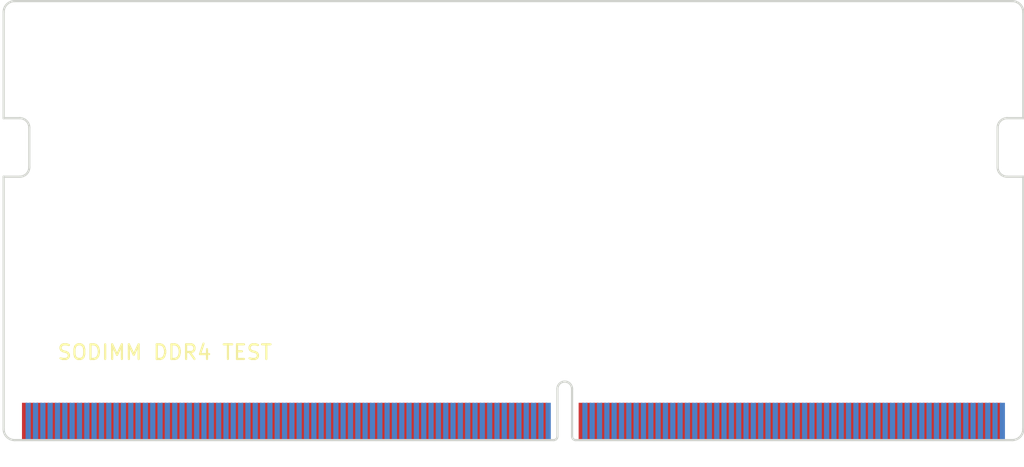
<source format=kicad_pcb>
(kicad_pcb (version 20221018) (generator pcbnew)
  (layers (0 "F.Cu" signal) (31 "B.Cu" signal) (34 "B.Paste" user) (35 "F.Paste" user) (36 "B.SilkS" user "B.Silkscreen") (37 "F.SilkS" user "F.Silkscreen") (38 "B.Mask" user) (39 "F.Mask" user) (44 "Edge.Cuts" user))
  (net 0 "")
  (footprint "SODIMM:SODIMM_DDR4_EDGE" (layer "F.Cu") (at 100 100)
    (fp_text reference "SODIMM DDR4 TEST" (at 11 -6) (layer "F.SilkS"))
    (fp_text value "SODIMM DDR4 EDGE")
    (pad "" np_thru_hole circle (at 2 -6) (size 1.8 1.8) (drill 1.8) (layers "*.Cu" "*.Mask"))
    (pad "" np_thru_hole circle (at 67.6 -6) (size 1.8 1.8) (drill 1.8) (layers "*.Cu" "*.Mask"))
    (pad "1" smd rect (at 1.425 -1.3) (size 0.35 2.5) (layers "F.Cu" "F.Mask"))
    (pad "2" smd rect (at 1.675 -1.3) (size 0.35 2.5) (layers "B.Cu" "B.Mask"))
    (pad "3" smd rect (at 1.925 -1.3) (size 0.35 2.5) (layers "F.Cu" "F.Mask"))
    (pad "4" smd rect (at 2.175 -1.3) (size 0.35 2.5) (layers "B.Cu" "B.Mask"))
    (pad "5" smd rect (at 2.425 -1.3) (size 0.35 2.5) (layers "F.Cu" "F.Mask"))
    (pad "6" smd rect (at 2.675 -1.3) (size 0.35 2.5) (layers "B.Cu" "B.Mask"))
    (pad "7" smd rect (at 2.925 -1.3) (size 0.35 2.5) (layers "F.Cu" "F.Mask"))
    (pad "8" smd rect (at 3.175 -1.3) (size 0.35 2.5) (layers "B.Cu" "B.Mask"))
    (pad "9" smd rect (at 3.425 -1.3) (size 0.35 2.5) (layers "F.Cu" "F.Mask"))
    (pad "10" smd rect (at 3.675 -1.3) (size 0.35 2.5) (layers "B.Cu" "B.Mask"))
    (pad "11" smd rect (at 3.925 -1.3) (size 0.35 2.5) (layers "F.Cu" "F.Mask"))
    (pad "12" smd rect (at 4.175 -1.3) (size 0.35 2.5) (layers "B.Cu" "B.Mask"))
    (pad "13" smd rect (at 4.425 -1.3) (size 0.35 2.5) (layers "F.Cu" "F.Mask"))
    (pad "14" smd rect (at 4.675 -1.3) (size 0.35 2.5) (layers "B.Cu" "B.Mask"))
    (pad "15" smd rect (at 4.925 -1.3) (size 0.35 2.5) (layers "F.Cu" "F.Mask"))
    (pad "16" smd rect (at 5.175 -1.3) (size 0.35 2.5) (layers "B.Cu" "B.Mask"))
    (pad "17" smd rect (at 5.425 -1.3) (size 0.35 2.5) (layers "F.Cu" "F.Mask"))
    (pad "18" smd rect (at 5.675 -1.3) (size 0.35 2.5) (layers "B.Cu" "B.Mask"))
    (pad "19" smd rect (at 5.925 -1.3) (size 0.35 2.5) (layers "F.Cu" "F.Mask"))
    (pad "20" smd rect (at 6.175 -1.3) (size 0.35 2.5) (layers "B.Cu" "B.Mask"))
    (pad "21" smd rect (at 6.425 -1.3) (size 0.35 2.5) (layers "F.Cu" "F.Mask"))
    (pad "22" smd rect (at 6.675 -1.3) (size 0.35 2.5) (layers "B.Cu" "B.Mask"))
    (pad "23" smd rect (at 6.925 -1.3) (size 0.35 2.5) (layers "F.Cu" "F.Mask"))
    (pad "24" smd rect (at 7.175 -1.3) (size 0.35 2.5) (layers "B.Cu" "B.Mask"))
    (pad "25" smd rect (at 7.425 -1.3) (size 0.35 2.5) (layers "F.Cu" "F.Mask"))
    (pad "26" smd rect (at 7.675 -1.3) (size 0.35 2.5) (layers "B.Cu" "B.Mask"))
    (pad "27" smd rect (at 7.925 -1.3) (size 0.35 2.5) (layers "F.Cu" "F.Mask"))
    (pad "28" smd rect (at 8.175 -1.3) (size 0.35 2.5) (layers "B.Cu" "B.Mask"))
    (pad "29" smd rect (at 8.425 -1.3) (size 0.35 2.5) (layers "F.Cu" "F.Mask"))
    (pad "30" smd rect (at 8.675 -1.3) (size 0.35 2.5) (layers "B.Cu" "B.Mask"))
    (pad "31" smd rect (at 8.925 -1.3) (size 0.35 2.5) (layers "F.Cu" "F.Mask"))
    (pad "32" smd rect (at 9.175 -1.3) (size 0.35 2.5) (layers "B.Cu" "B.Mask"))
    (pad "33" smd rect (at 9.425 -1.3) (size 0.35 2.5) (layers "F.Cu" "F.Mask"))
    (pad "34" smd rect (at 9.675 -1.3) (size 0.35 2.5) (layers "B.Cu" "B.Mask"))
    (pad "35" smd rect (at 9.925 -1.3) (size 0.35 2.5) (layers "F.Cu" "F.Mask"))
    (pad "36" smd rect (at 10.175 -1.3) (size 0.35 2.5) (layers "B.Cu" "B.Mask"))
    (pad "37" smd rect (at 10.425 -1.3) (size 0.35 2.5) (layers "F.Cu" "F.Mask"))
    (pad "38" smd rect (at 10.675 -1.3) (size 0.35 2.5) (layers "B.Cu" "B.Mask"))
    (pad "39" smd rect (at 10.925 -1.3) (size 0.35 2.5) (layers "F.Cu" "F.Mask"))
    (pad "40" smd rect (at 11.175 -1.3) (size 0.35 2.5) (layers "B.Cu" "B.Mask"))
    (pad "41" smd rect (at 11.425 -1.3) (size 0.35 2.5) (layers "F.Cu" "F.Mask"))
    (pad "42" smd rect (at 11.675 -1.3) (size 0.35 2.5) (layers "B.Cu" "B.Mask"))
    (pad "43" smd rect (at 11.925 -1.3) (size 0.35 2.5) (layers "F.Cu" "F.Mask"))
    (pad "44" smd rect (at 12.175 -1.3) (size 0.35 2.5) (layers "B.Cu" "B.Mask"))
    (pad "45" smd rect (at 12.425 -1.3) (size 0.35 2.5) (layers "F.Cu" "F.Mask"))
    (pad "46" smd rect (at 12.675 -1.3) (size 0.35 2.5) (layers "B.Cu" "B.Mask"))
    (pad "47" smd rect (at 12.925 -1.3) (size 0.35 2.5) (layers "F.Cu" "F.Mask"))
    (pad "48" smd rect (at 13.175 -1.3) (size 0.35 2.5) (layers "B.Cu" "B.Mask"))
    (pad "49" smd rect (at 13.425 -1.3) (size 0.35 2.5) (layers "F.Cu" "F.Mask"))
    (pad "50" smd rect (at 13.675 -1.3) (size 0.35 2.5) (layers "B.Cu" "B.Mask"))
    (pad "51" smd rect (at 13.925 -1.3) (size 0.35 2.5) (layers "F.Cu" "F.Mask"))
    (pad "52" smd rect (at 14.175 -1.3) (size 0.35 2.5) (layers "B.Cu" "B.Mask"))
    (pad "53" smd rect (at 14.425 -1.3) (size 0.35 2.5) (layers "F.Cu" "F.Mask"))
    (pad "54" smd rect (at 14.675 -1.3) (size 0.35 2.5) (layers "B.Cu" "B.Mask"))
    (pad "55" smd rect (at 14.925 -1.3) (size 0.35 2.5) (layers "F.Cu" "F.Mask"))
    (pad "56" smd rect (at 15.175 -1.3) (size 0.35 2.5) (layers "B.Cu" "B.Mask"))
    (pad "57" smd rect (at 15.425 -1.3) (size 0.35 2.5) (layers "F.Cu" "F.Mask"))
    (pad "58" smd rect (at 15.675 -1.3) (size 0.35 2.5) (layers "B.Cu" "B.Mask"))
    (pad "59" smd rect (at 15.925 -1.3) (size 0.35 2.5) (layers "F.Cu" "F.Mask"))
    (pad "60" smd rect (at 16.175 -1.3) (size 0.35 2.5) (layers "B.Cu" "B.Mask"))
    (pad "61" smd rect (at 16.425 -1.3) (size 0.35 2.5) (layers "F.Cu" "F.Mask"))
    (pad "62" smd rect (at 16.675 -1.3) (size 0.35 2.5) (layers "B.Cu" "B.Mask"))
    (pad "63" smd rect (at 16.925 -1.3) (size 0.35 2.5) (layers "F.Cu" "F.Mask"))
    (pad "64" smd rect (at 17.175 -1.3) (size 0.35 2.5) (layers "B.Cu" "B.Mask"))
    (pad "65" smd rect (at 17.425 -1.3) (size 0.35 2.5) (layers "F.Cu" "F.Mask"))
    (pad "66" smd rect (at 17.675 -1.3) (size 0.35 2.5) (layers "B.Cu" "B.Mask"))
    (pad "67" smd rect (at 17.925 -1.3) (size 0.35 2.5) (layers "F.Cu" "F.Mask"))
    (pad "68" smd rect (at 18.175 -1.3) (size 0.35 2.5) (layers "B.Cu" "B.Mask"))
    (pad "69" smd rect (at 18.425 -1.3) (size 0.35 2.5) (layers "F.Cu" "F.Mask"))
    (pad "70" smd rect (at 18.675 -1.3) (size 0.35 2.5) (layers "B.Cu" "B.Mask"))
    (pad "71" smd rect (at 18.925 -1.3) (size 0.35 2.5) (layers "F.Cu" "F.Mask"))
    (pad "72" smd rect (at 19.175 -1.3) (size 0.35 2.5) (layers "B.Cu" "B.Mask"))
    (pad "73" smd rect (at 19.425 -1.3) (size 0.35 2.5) (layers "F.Cu" "F.Mask"))
    (pad "74" smd rect (at 19.675 -1.3) (size 0.35 2.5) (layers "B.Cu" "B.Mask"))
    (pad "75" smd rect (at 19.925 -1.3) (size 0.35 2.5) (layers "F.Cu" "F.Mask"))
    (pad "76" smd rect (at 20.175 -1.3) (size 0.35 2.5) (layers "B.Cu" "B.Mask"))
    (pad "77" smd rect (at 20.425 -1.3) (size 0.35 2.5) (layers "F.Cu" "F.Mask"))
    (pad "78" smd rect (at 20.675 -1.3) (size 0.35 2.5) (layers "B.Cu" "B.Mask"))
    (pad "79" smd rect (at 20.925 -1.3) (size 0.35 2.5) (layers "F.Cu" "F.Mask"))
    (pad "80" smd rect (at 21.175 -1.3) (size 0.35 2.5) (layers "B.Cu" "B.Mask"))
    (pad "81" smd rect (at 21.425 -1.3) (size 0.35 2.5) (layers "F.Cu" "F.Mask"))
    (pad "82" smd rect (at 21.675 -1.3) (size 0.35 2.5) (layers "B.Cu" "B.Mask"))
    (pad "83" smd rect (at 21.925 -1.3) (size 0.35 2.5) (layers "F.Cu" "F.Mask"))
    (pad "84" smd rect (at 22.175 -1.3) (size 0.35 2.5) (layers "B.Cu" "B.Mask"))
    (pad "85" smd rect (at 22.425 -1.3) (size 0.35 2.5) (layers "F.Cu" "F.Mask"))
    (pad "86" smd rect (at 22.675 -1.3) (size 0.35 2.5) (layers "B.Cu" "B.Mask"))
    (pad "87" smd rect (at 22.925 -1.3) (size 0.35 2.5) (layers "F.Cu" "F.Mask"))
    (pad "88" smd rect (at 23.175 -1.3) (size 0.35 2.5) (layers "B.Cu" "B.Mask"))
    (pad "89" smd rect (at 23.425 -1.3) (size 0.35 2.5) (layers "F.Cu" "F.Mask"))
    (pad "90" smd rect (at 23.675 -1.3) (size 0.35 2.5) (layers "B.Cu" "B.Mask"))
    (pad "91" smd rect (at 23.925 -1.3) (size 0.35 2.5) (layers "F.Cu" "F.Mask"))
    (pad "92" smd rect (at 24.175 -1.3) (size 0.35 2.5) (layers "B.Cu" "B.Mask"))
    (pad "93" smd rect (at 24.425 -1.3) (size 0.35 2.5) (layers "F.Cu" "F.Mask"))
    (pad "94" smd rect (at 24.675 -1.3) (size 0.35 2.5) (layers "B.Cu" "B.Mask"))
    (pad "95" smd rect (at 24.925 -1.3) (size 0.35 2.5) (layers "F.Cu" "F.Mask"))
    (pad "96" smd rect (at 25.175 -1.3) (size 0.35 2.5) (layers "B.Cu" "B.Mask"))
    (pad "97" smd rect (at 25.425 -1.3) (size 0.35 2.5) (layers "F.Cu" "F.Mask"))
    (pad "98" smd rect (at 25.675 -1.3) (size 0.35 2.5) (layers "B.Cu" "B.Mask"))
    (pad "99" smd rect (at 25.925 -1.3) (size 0.35 2.5) (layers "F.Cu" "F.Mask"))
    (pad "100" smd rect (at 26.175 -1.3) (size 0.35 2.5) (layers "B.Cu" "B.Mask"))
    (pad "101" smd rect (at 26.425 -1.3) (size 0.35 2.5) (layers "F.Cu" "F.Mask"))
    (pad "102" smd rect (at 26.675 -1.3) (size 0.35 2.5) (layers "B.Cu" "B.Mask"))
    (pad "103" smd rect (at 26.925 -1.3) (size 0.35 2.5) (layers "F.Cu" "F.Mask"))
    (pad "104" smd rect (at 27.175 -1.3) (size 0.35 2.5) (layers "B.Cu" "B.Mask"))
    (pad "105" smd rect (at 27.425 -1.3) (size 0.35 2.5) (layers "F.Cu" "F.Mask"))
    (pad "106" smd rect (at 27.675 -1.3) (size 0.35 2.5) (layers "B.Cu" "B.Mask"))
    (pad "107" smd rect (at 27.925 -1.3) (size 0.35 2.5) (layers "F.Cu" "F.Mask"))
    (pad "108" smd rect (at 28.175 -1.3) (size 0.35 2.5) (layers "B.Cu" "B.Mask"))
    (pad "109" smd rect (at 28.425 -1.3) (size 0.35 2.5) (layers "F.Cu" "F.Mask"))
    (pad "110" smd rect (at 28.675 -1.3) (size 0.35 2.5) (layers "B.Cu" "B.Mask"))
    (pad "111" smd rect (at 28.925 -1.3) (size 0.35 2.5) (layers "F.Cu" "F.Mask"))
    (pad "112" smd rect (at 29.175 -1.3) (size 0.35 2.5) (layers "B.Cu" "B.Mask"))
    (pad "113" smd rect (at 29.425 -1.3) (size 0.35 2.5) (layers "F.Cu" "F.Mask"))
    (pad "114" smd rect (at 29.675 -1.3) (size 0.35 2.5) (layers "B.Cu" "B.Mask"))
    (pad "115" smd rect (at 29.925 -1.3) (size 0.35 2.5) (layers "F.Cu" "F.Mask"))
    (pad "116" smd rect (at 30.175 -1.3) (size 0.35 2.5) (layers "B.Cu" "B.Mask"))
    (pad "117" smd rect (at 30.425 -1.3) (size 0.35 2.5) (layers "F.Cu" "F.Mask"))
    (pad "118" smd rect (at 30.675 -1.3) (size 0.35 2.5) (layers "B.Cu" "B.Mask"))
    (pad "119" smd rect (at 30.925 -1.3) (size 0.35 2.5) (layers "F.Cu" "F.Mask"))
    (pad "120" smd rect (at 31.175 -1.3) (size 0.35 2.5) (layers "B.Cu" "B.Mask"))
    (pad "121" smd rect (at 31.425 -1.3) (size 0.35 2.5) (layers "F.Cu" "F.Mask"))
    (pad "122" smd rect (at 31.675 -1.3) (size 0.35 2.5) (layers "B.Cu" "B.Mask"))
    (pad "123" smd rect (at 31.925 -1.3) (size 0.35 2.5) (layers "F.Cu" "F.Mask"))
    (pad "124" smd rect (at 32.175 -1.3) (size 0.35 2.5) (layers "B.Cu" "B.Mask"))
    (pad "125" smd rect (at 32.425 -1.3) (size 0.35 2.5) (layers "F.Cu" "F.Mask"))
    (pad "126" smd rect (at 32.675 -1.3) (size 0.35 2.5) (layers "B.Cu" "B.Mask"))
    (pad "127" smd rect (at 32.925 -1.3) (size 0.35 2.5) (layers "F.Cu" "F.Mask"))
    (pad "128" smd rect (at 33.175 -1.3) (size 0.35 2.5) (layers "B.Cu" "B.Mask"))
    (pad "129" smd rect (at 33.425 -1.3) (size 0.35 2.5) (layers "F.Cu" "F.Mask"))
    (pad "130" smd rect (at 33.675 -1.3) (size 0.35 2.5) (layers "B.Cu" "B.Mask"))
    (pad "131" smd rect (at 33.925 -1.3) (size 0.35 2.5) (layers "F.Cu" "F.Mask"))
    (pad "132" smd rect (at 34.175 -1.3) (size 0.35 2.5) (layers "B.Cu" "B.Mask"))
    (pad "133" smd rect (at 34.425 -1.3) (size 0.35 2.5) (layers "F.Cu" "F.Mask"))
    (pad "134" smd rect (at 34.675 -1.3) (size 0.35 2.5) (layers "B.Cu" "B.Mask"))
    (pad "135" smd rect (at 34.925 -1.3) (size 0.35 2.5) (layers "F.Cu" "F.Mask"))
    (pad "136" smd rect (at 35.175 -1.3) (size 0.35 2.5) (layers "B.Cu" "B.Mask"))
    (pad "137" smd rect (at 35.425 -1.3) (size 0.35 2.5) (layers "F.Cu" "F.Mask"))
    (pad "138" smd rect (at 35.675 -1.3) (size 0.35 2.5) (layers "B.Cu" "B.Mask"))
    (pad "139" smd rect (at 35.925 -1.3) (size 0.35 2.5) (layers "F.Cu" "F.Mask"))
    (pad "140" smd rect (at 36.175 -1.3) (size 0.35 2.5) (layers "B.Cu" "B.Mask"))
    (pad "141" smd rect (at 36.425 -1.3) (size 0.35 2.5) (layers "F.Cu" "F.Mask"))
    (pad "142" smd rect (at 36.675 -1.3) (size 0.35 2.5) (layers "B.Cu" "B.Mask"))
    (pad "143" smd rect (at 36.925 -1.3) (size 0.35 2.5) (layers "F.Cu" "F.Mask"))
    (pad "144" smd rect (at 37.175 -1.3) (size 0.35 2.5) (layers "B.Cu" "B.Mask"))
    (pad "145" smd rect (at 39.425 -1.3) (size 0.35 2.5) (layers "F.Cu" "F.Mask"))
    (pad "146" smd rect (at 39.675 -1.3) (size 0.35 2.5) (layers "B.Cu" "B.Mask"))
    (pad "147" smd rect (at 39.925 -1.3) (size 0.35 2.5) (layers "F.Cu" "F.Mask"))
    (pad "148" smd rect (at 40.175 -1.3) (size 0.35 2.5) (layers "B.Cu" "B.Mask"))
    (pad "149" smd rect (at 40.425 -1.3) (size 0.35 2.5) (layers "F.Cu" "F.Mask"))
    (pad "150" smd rect (at 40.675 -1.3) (size 0.35 2.5) (layers "B.Cu" "B.Mask"))
    (pad "151" smd rect (at 40.925 -1.3) (size 0.35 2.5) (layers "F.Cu" "F.Mask"))
    (pad "152" smd rect (at 41.175 -1.3) (size 0.35 2.5) (layers "B.Cu" "B.Mask"))
    (pad "153" smd rect (at 41.425 -1.3) (size 0.35 2.5) (layers "F.Cu" "F.Mask"))
    (pad "154" smd rect (at 41.675 -1.3) (size 0.35 2.5) (layers "B.Cu" "B.Mask"))
    (pad "155" smd rect (at 41.925 -1.3) (size 0.35 2.5) (layers "F.Cu" "F.Mask"))
    (pad "156" smd rect (at 42.175 -1.3) (size 0.35 2.5) (layers "B.Cu" "B.Mask"))
    (pad "157" smd rect (at 42.425 -1.3) (size 0.35 2.5) (layers "F.Cu" "F.Mask"))
    (pad "158" smd rect (at 42.675 -1.3) (size 0.35 2.5) (layers "B.Cu" "B.Mask"))
    (pad "159" smd rect (at 42.925 -1.3) (size 0.35 2.5) (layers "F.Cu" "F.Mask"))
    (pad "160" smd rect (at 43.175 -1.3) (size 0.35 2.5) (layers "B.Cu" "B.Mask"))
    (pad "161" smd rect (at 43.425 -1.3) (size 0.35 2.5) (layers "F.Cu" "F.Mask"))
    (pad "162" smd rect (at 43.675 -1.3) (size 0.35 2.5) (layers "B.Cu" "B.Mask"))
    (pad "163" smd rect (at 43.925 -1.3) (size 0.35 2.5) (layers "F.Cu" "F.Mask"))
    (pad "164" smd rect (at 44.175 -1.3) (size 0.35 2.5) (layers "B.Cu" "B.Mask"))
    (pad "165" smd rect (at 44.425 -1.3) (size 0.35 2.5) (layers "F.Cu" "F.Mask"))
    (pad "166" smd rect (at 44.675 -1.3) (size 0.35 2.5) (layers "B.Cu" "B.Mask"))
    (pad "167" smd rect (at 44.925 -1.3) (size 0.35 2.5) (layers "F.Cu" "F.Mask"))
    (pad "168" smd rect (at 45.175 -1.3) (size 0.35 2.5) (layers "B.Cu" "B.Mask"))
    (pad "169" smd rect (at 45.425 -1.3) (size 0.35 2.5) (layers "F.Cu" "F.Mask"))
    (pad "170" smd rect (at 45.675 -1.3) (size 0.35 2.5) (layers "B.Cu" "B.Mask"))
    (pad "171" smd rect (at 45.925 -1.3) (size 0.35 2.5) (layers "F.Cu" "F.Mask"))
    (pad "172" smd rect (at 46.175 -1.3) (size 0.35 2.5) (layers "B.Cu" "B.Mask"))
    (pad "173" smd rect (at 46.425 -1.3) (size 0.35 2.5) (layers "F.Cu" "F.Mask"))
    (pad "174" smd rect (at 46.675 -1.3) (size 0.35 2.5) (layers "B.Cu" "B.Mask"))
    (pad "175" smd rect (at 46.925 -1.3) (size 0.35 2.5) (layers "F.Cu" "F.Mask"))
    (pad "176" smd rect (at 47.175 -1.3) (size 0.35 2.5) (layers "B.Cu" "B.Mask"))
    (pad "177" smd rect (at 47.425 -1.3) (size 0.35 2.5) (layers "F.Cu" "F.Mask"))
    (pad "178" smd rect (at 47.675 -1.3) (size 0.35 2.5) (layers "B.Cu" "B.Mask"))
    (pad "179" smd rect (at 47.925 -1.3) (size 0.35 2.5) (layers "F.Cu" "F.Mask"))
    (pad "180" smd rect (at 48.175 -1.3) (size 0.35 2.5) (layers "B.Cu" "B.Mask"))
    (pad "181" smd rect (at 48.425 -1.3) (size 0.35 2.5) (layers "F.Cu" "F.Mask"))
    (pad "182" smd rect (at 48.675 -1.3) (size 0.35 2.5) (layers "B.Cu" "B.Mask"))
    (pad "183" smd rect (at 48.925 -1.3) (size 0.35 2.5) (layers "F.Cu" "F.Mask"))
    (pad "184" smd rect (at 49.175 -1.3) (size 0.35 2.5) (layers "B.Cu" "B.Mask"))
    (pad "185" smd rect (at 49.425 -1.3) (size 0.35 2.5) (layers "F.Cu" "F.Mask"))
    (pad "186" smd rect (at 49.675 -1.3) (size 0.35 2.5) (layers "B.Cu" "B.Mask"))
    (pad "187" smd rect (at 49.925 -1.3) (size 0.35 2.5) (layers "F.Cu" "F.Mask"))
    (pad "188" smd rect (at 50.175 -1.3) (size 0.35 2.5) (layers "B.Cu" "B.Mask"))
    (pad "189" smd rect (at 50.425 -1.3) (size 0.35 2.5) (layers "F.Cu" "F.Mask"))
    (pad "190" smd rect (at 50.675 -1.3) (size 0.35 2.5) (layers "B.Cu" "B.Mask"))
    (pad "191" smd rect (at 50.925 -1.3) (size 0.35 2.5) (layers "F.Cu" "F.Mask"))
    (pad "192" smd rect (at 51.175 -1.3) (size 0.35 2.5) (layers "B.Cu" "B.Mask"))
    (pad "193" smd rect (at 51.425 -1.3) (size 0.35 2.5) (layers "F.Cu" "F.Mask"))
    (pad "194" smd rect (at 51.675 -1.3) (size 0.35 2.5) (layers "B.Cu" "B.Mask"))
    (pad "195" smd rect (at 51.925 -1.3) (size 0.35 2.5) (layers "F.Cu" "F.Mask"))
    (pad "196" smd rect (at 52.175 -1.3) (size 0.35 2.5) (layers "B.Cu" "B.Mask"))
    (pad "197" smd rect (at 52.425 -1.3) (size 0.35 2.5) (layers "F.Cu" "F.Mask"))
    (pad "198" smd rect (at 52.675 -1.3) (size 0.35 2.5) (layers "B.Cu" "B.Mask"))
    (pad "199" smd rect (at 52.925 -1.3) (size 0.35 2.5) (layers "F.Cu" "F.Mask"))
    (pad "200" smd rect (at 53.175 -1.3) (size 0.35 2.5) (layers "B.Cu" "B.Mask"))
    (pad "201" smd rect (at 53.425 -1.3) (size 0.35 2.5) (layers "F.Cu" "F.Mask"))
    (pad "202" smd rect (at 53.675 -1.3) (size 0.35 2.5) (layers "B.Cu" "B.Mask"))
    (pad "203" smd rect (at 53.925 -1.3) (size 0.35 2.5) (layers "F.Cu" "F.Mask"))
    (pad "204" smd rect (at 54.175 -1.3) (size 0.35 2.5) (layers "B.Cu" "B.Mask"))
    (pad "205" smd rect (at 54.425 -1.3) (size 0.35 2.5) (layers "F.Cu" "F.Mask"))
    (pad "206" smd rect (at 54.675 -1.3) (size 0.35 2.5) (layers "B.Cu" "B.Mask"))
    (pad "207" smd rect (at 54.925 -1.3) (size 0.35 2.5) (layers "F.Cu" "F.Mask"))
    (pad "208" smd rect (at 55.175 -1.3) (size 0.35 2.5) (layers "B.Cu" "B.Mask"))
    (pad "209" smd rect (at 55.425 -1.3) (size 0.35 2.5) (layers "F.Cu" "F.Mask"))
    (pad "210" smd rect (at 55.675 -1.3) (size 0.35 2.5) (layers "B.Cu" "B.Mask"))
    (pad "211" smd rect (at 55.925 -1.3) (size 0.35 2.5) (layers "F.Cu" "F.Mask"))
    (pad "212" smd rect (at 56.175 -1.3) (size 0.35 2.5) (layers "B.Cu" "B.Mask"))
    (pad "213" smd rect (at 56.425 -1.3) (size 0.35 2.5) (layers "F.Cu" "F.Mask"))
    (pad "214" smd rect (at 56.675 -1.3) (size 0.35 2.5) (layers "B.Cu" "B.Mask"))
    (pad "215" smd rect (at 56.925 -1.3) (size 0.35 2.5) (layers "F.Cu" "F.Mask"))
    (pad "216" smd rect (at 57.175 -1.3) (size 0.35 2.5) (layers "B.Cu" "B.Mask"))
    (pad "217" smd rect (at 57.425 -1.3) (size 0.35 2.5) (layers "F.Cu" "F.Mask"))
    (pad "218" smd rect (at 57.675 -1.3) (size 0.35 2.5) (layers "B.Cu" "B.Mask"))
    (pad "219" smd rect (at 57.925 -1.3) (size 0.35 2.5) (layers "F.Cu" "F.Mask"))
    (pad "220" smd rect (at 58.175 -1.3) (size 0.35 2.5) (layers "B.Cu" "B.Mask"))
    (pad "221" smd rect (at 58.425 -1.3) (size 0.35 2.5) (layers "F.Cu" "F.Mask"))
    (pad "222" smd rect (at 58.675 -1.3) (size 0.35 2.5) (layers "B.Cu" "B.Mask"))
    (pad "223" smd rect (at 58.925 -1.3) (size 0.35 2.5) (layers "F.Cu" "F.Mask"))
    (pad "224" smd rect (at 59.175 -1.3) (size 0.35 2.5) (layers "B.Cu" "B.Mask"))
    (pad "225" smd rect (at 59.425 -1.3) (size 0.35 2.5) (layers "F.Cu" "F.Mask"))
    (pad "226" smd rect (at 59.675 -1.3) (size 0.35 2.5) (layers "B.Cu" "B.Mask"))
    (pad "227" smd rect (at 59.925 -1.3) (size 0.35 2.5) (layers "F.Cu" "F.Mask"))
    (pad "228" smd rect (at 60.175 -1.3) (size 0.35 2.5) (layers "B.Cu" "B.Mask"))
    (pad "229" smd rect (at 60.425 -1.3) (size 0.35 2.5) (layers "F.Cu" "F.Mask"))
    (pad "230" smd rect (at 60.675 -1.3) (size 0.35 2.5) (layers "B.Cu" "B.Mask"))
    (pad "231" smd rect (at 60.925 -1.3) (size 0.35 2.5) (layers "F.Cu" "F.Mask"))
    (pad "232" smd rect (at 61.175 -1.3) (size 0.35 2.5) (layers "B.Cu" "B.Mask"))
    (pad "233" smd rect (at 61.425 -1.3) (size 0.35 2.5) (layers "F.Cu" "F.Mask"))
    (pad "234" smd rect (at 61.675 -1.3) (size 0.35 2.5) (layers "B.Cu" "B.Mask"))
    (pad "235" smd rect (at 61.925 -1.3) (size 0.35 2.5) (layers "F.Cu" "F.Mask"))
    (pad "236" smd rect (at 62.175 -1.3) (size 0.35 2.5) (layers "B.Cu" "B.Mask"))
    (pad "237" smd rect (at 62.425 -1.3) (size 0.35 2.5) (layers "F.Cu" "F.Mask"))
    (pad "238" smd rect (at 62.675 -1.3) (size 0.35 2.5) (layers "B.Cu" "B.Mask"))
    (pad "239" smd rect (at 62.925 -1.3) (size 0.35 2.5) (layers "F.Cu" "F.Mask"))
    (pad "240" smd rect (at 63.175 -1.3) (size 0.35 2.5) (layers "B.Cu" "B.Mask"))
    (pad "241" smd rect (at 63.425 -1.3) (size 0.35 2.5) (layers "F.Cu" "F.Mask"))
    (pad "242" smd rect (at 63.675 -1.3) (size 0.35 2.5) (layers "B.Cu" "B.Mask"))
    (pad "243" smd rect (at 63.925 -1.3) (size 0.35 2.5) (layers "F.Cu" "F.Mask"))
    (pad "244" smd rect (at 64.175 -1.3) (size 0.35 2.5) (layers "B.Cu" "B.Mask"))
    (pad "245" smd rect (at 64.425 -1.3) (size 0.35 2.5) (layers "F.Cu" "F.Mask"))
    (pad "246" smd rect (at 64.675 -1.3) (size 0.35 2.5) (layers "B.Cu" "B.Mask"))
    (pad "247" smd rect (at 64.925 -1.3) (size 0.35 2.5) (layers "F.Cu" "F.Mask"))
    (pad "248" smd rect (at 65.175 -1.3) (size 0.35 2.5) (layers "B.Cu" "B.Mask"))
    (pad "249" smd rect (at 65.425 -1.3) (size 0.35 2.5) (layers "F.Cu" "F.Mask"))
    (pad "250" smd rect (at 65.675 -1.3) (size 0.35 2.5) (layers "B.Cu" "B.Mask"))
    (pad "251" smd rect (at 65.925 -1.3) (size 0.35 2.5) (layers "F.Cu" "F.Mask"))
    (pad "252" smd rect (at 66.175 -1.3) (size 0.35 2.5) (layers "B.Cu" "B.Mask"))
    (pad "253" smd rect (at 66.425 -1.3) (size 0.35 2.5) (layers "F.Cu" "F.Mask"))
    (pad "254" smd rect (at 66.675 -1.3) (size 0.35 2.5) (layers "B.Cu" "B.Mask"))
    (pad "255" smd rect (at 66.925 -1.3) (size 0.35 2.5) (layers "F.Cu" "F.Mask"))
    (pad "256" smd rect (at 67.175 -1.3) (size 0.35 2.5) (layers "B.Cu" "B.Mask"))
    (pad "257" smd rect (at 67.425 -1.3) (size 0.35 2.5) (layers "F.Cu" "F.Mask"))
    (pad "258" smd rect (at 67.675 -1.3) (size 0.35 2.5) (layers "B.Cu" "B.Mask"))
    (pad "259" smd rect (at 67.925 -1.3) (size 0.35 2.5) (layers "F.Cu" "F.Mask"))
    (pad "260" smd rect (at 68.175 -1.3) (size 0.35 2.5) (layers "B.Cu" "B.Mask"))
  )
  (gr_arc (start 101.75 81.35) (mid 101.559619 81.809619) (end 101.1 82) (stroke (width 0.15)) (layer "Edge.Cuts"))
  (gr_arc (start 168.5 82) (mid 168.040381 81.809619) (end 167.85 81.35) (stroke (width 0.15)) (layer "Edge.Cuts"))
  (gr_line (start 169.6 78) (end 168.5 78) (stroke (width 0.15)) (layer "Edge.Cuts"))
  (gr_line (start 167.85 81.35) (end 167.85 78.65) (stroke (width 0.15)) (layer "Edge.Cuts"))
  (gr_line (start 168.5 82) (end 169.6 82) (stroke (width 0.15)) (layer "Edge.Cuts"))
  (gr_line (start 169.6 78) (end 169.6 70.75) (stroke (width 0.15)) (layer "Edge.Cuts"))
  (gr_arc (start 168.851561 70) (mid 169.380883 70.220221) (end 169.600002 70.75) (stroke (width 0.15)) (layer "Edge.Cuts"))
  (gr_line (start 101.75 81.35) (end 101.75 78.65) (stroke (width 0.15)) (layer "Edge.Cuts"))
  (gr_arc (start 139.05 100) (mid 138.873223 99.926777) (end 138.8 99.75) (stroke (width 0.15)) (layer "Edge.Cuts"))
  (gr_line (start 139.05 100) (end 168.85 100) (stroke (width 0.15)) (layer "Edge.Cuts"))
  (gr_line (start 100.75 100) (end 137.55 100) (stroke (width 0.15)) (layer "Edge.Cuts"))
  (gr_line (start 100 78) (end 100 70.75) (stroke (width 0.15)) (layer "Edge.Cuts"))
  (gr_arc (start 101.1 78) (mid 101.559619 78.190381) (end 101.75 78.65) (stroke (width 0.15)) (layer "Edge.Cuts"))
  (gr_arc (start 137.8 96.5) (mid 138.3 96) (end 138.8 96.5) (stroke (width 0.15)) (layer "Edge.Cuts"))
  (gr_arc (start 100.75 100) (mid 100.21967 99.78033) (end 100 99.25) (stroke (width 0.15)) (layer "Edge.Cuts"))
  (gr_line (start 169.6 99.25) (end 169.6 82) (stroke (width 0.15)) (layer "Edge.Cuts"))
  (gr_line (start 100.75 70) (end 168.85 70) (stroke (width 0.15)) (layer "Edge.Cuts"))
  (gr_arc (start 100 70.75) (mid 100.21967 70.21967) (end 100.75 70) (stroke (width 0.15)) (layer "Edge.Cuts"))
  (gr_arc (start 167.85 78.65) (mid 168.040381 78.190381) (end 168.5 78) (stroke (width 0.15)) (layer "Edge.Cuts"))
  (gr_line (start 101.1 78) (end 100 78) (stroke (width 0.15)) (layer "Edge.Cuts"))
  (gr_line (start 137.8 99.75) (end 137.8 96.5) (stroke (width 0.15)) (layer "Edge.Cuts"))
  (gr_line (start 100 82) (end 101.1 82) (stroke (width 0.15)) (layer "Edge.Cuts"))
  (gr_line (start 100 99.25) (end 100 82) (stroke (width 0.15)) (layer "Edge.Cuts"))
  (gr_line (start 138.8 99.75) (end 138.8 96.5) (stroke (width 0.15)) (layer "Edge.Cuts"))
  (gr_arc (start 137.8 99.75) (mid 137.726777 99.926777) (end 137.55 100) (stroke (width 0.15)) (layer "Edge.Cuts"))
  (gr_arc (start 169.6 99.25) (mid 169.38033 99.78033) (end 168.85 100) (stroke (width 0.15)) (layer "Edge.Cuts"))
)
</source>
